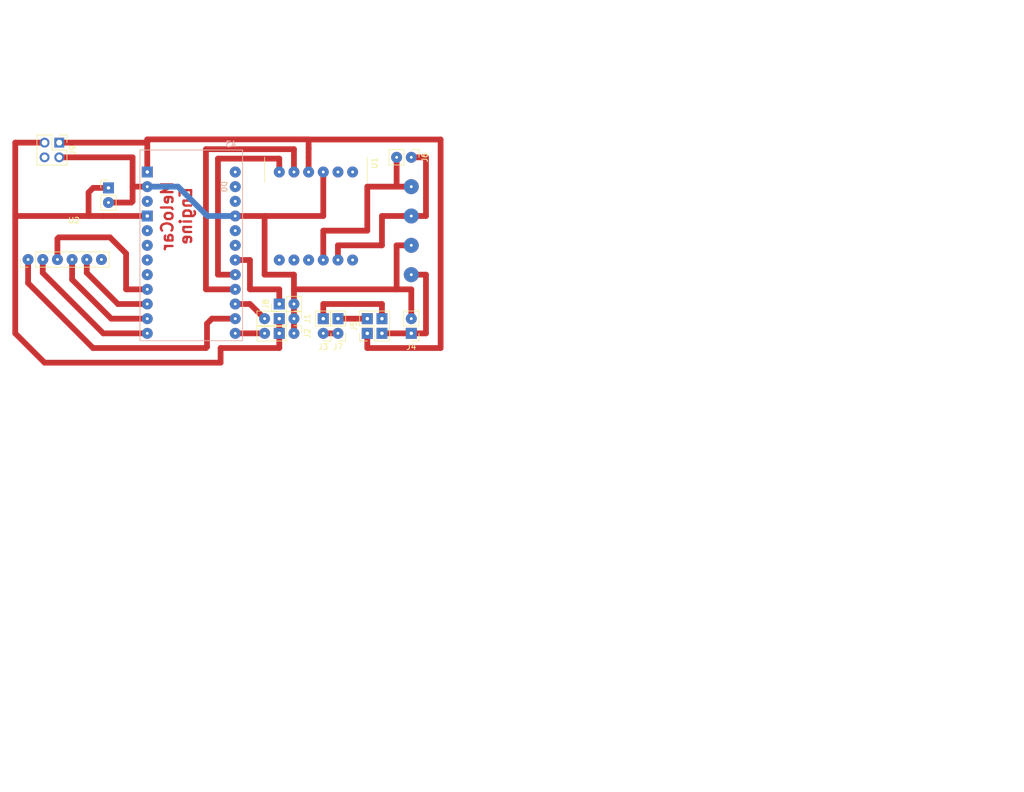
<source format=kicad_pcb>
(kicad_pcb (version 20221018) (generator pcbnew)
  (layers (0 "F.Cu" signal) (31 "B.Cu" signal) (34 "B.Paste" user) (35 "F.Paste" user) (36 "B.SilkS" user "B.Silkscreen") (37 "F.SilkS" user "F.Silkscreen") (38 "B.Mask" user) (39 "F.Mask" user) (44 "Edge.Cuts" user))
  (net 0 "")
  (net 1 "+5V")
  (net 2 "NRF_CE")
  (net 3 "NRF_CSN")
  (net 4 "NRF_SCK")
  (net 5 "NRF_MOSI")
  (net 6 "NRF_MISO")
  (net 7 "PIN_LED")
  (net 8 "PIN_SERVO")
  (net 9 "PIN_HORN")
  (net 10 "PIN_MOTOR_1")
  (net 11 "PIN_MOTOR_2")
  (net 21 "Net-(J6-Pin_1)")
  (net 22 "Net-(J6-Pin_2)")
  (net 30 "+8V")
  (net 31 "GND")
  (net 33 "+BATT")
  (net 34 "-BATT")
  (footprint "Connector_PinHeader_2.54mm:PinHeader_1x03_P2.54mm_Vertical" (layer "F.Cu") (at 63.5 45.72 -90)
    (fp_text reference "J1" (at 0 -2.33 90) (layer "F.SilkS"))
    (fp_text value "Led")
    (fp_line (start -1.33 -1.33) (end 0 -1.33) (stroke (width 0.12)) (layer "F.SilkS"))
    (fp_line (start -1.33 0) (end -1.33 -1.33) (stroke (width 0.12)) (layer "F.SilkS"))
    (fp_line (start -1.33 1.27) (end -1.33 6.41) (stroke (width 0.12)) (layer "F.SilkS"))
    (fp_line (start -1.33 1.27) (end 1.33 1.27) (stroke (width 0.12)) (layer "F.SilkS"))
    (fp_line (start -1.33 6.41) (end 1.33 6.41) (stroke (width 0.12)) (layer "F.SilkS"))
    (fp_line (start 1.33 1.27) (end 1.33 6.41) (stroke (width 0.12)) (layer "F.SilkS"))
    (pad "1" thru_hole oval (at 0 0 270) (size 1.9 1.9) (drill 0.5) (layers "*.Cu" "*.Mask") (net 31 "GND"))
    (pad "2" thru_hole rect (at 0 2.54 270) (size 1.9 1.9) (drill 0.6) (layers "*.Cu" "*.Mask") (net 1 "+5V"))
    (pad "3" thru_hole oval (at 0 5.08 270) (size 1.9 1.9) (drill 0.5) (layers "*.Cu" "*.Mask") (net 7 "PIN_LED"))
  )
  (footprint "Connector_PinHeader_2.54mm:PinHeader_1x02_P2.54mm_Vertical" (layer "F.Cu") (at 83.82 17.78 -90)
    (fp_text reference "J6" (at 0 -2.33 90) (layer "F.SilkS"))
    (fp_text value "MOTOR-CTRL")
    (fp_line (start -1.33 -1.33) (end 0 -1.33) (stroke (width 0.12)) (layer "F.SilkS"))
    (fp_line (start -1.33 0) (end -1.33 -1.33) (stroke (width 0.12)) (layer "F.SilkS"))
    (fp_line (start -1.33 1.27) (end -1.33 3.87) (stroke (width 0.12)) (layer "F.SilkS"))
    (fp_line (start -1.33 1.27) (end 1.33 1.27) (stroke (width 0.12)) (layer "F.SilkS"))
    (fp_line (start -1.33 3.87) (end 1.33 3.87) (stroke (width 0.12)) (layer "F.SilkS"))
    (fp_line (start 1.33 1.27) (end 1.33 3.87) (stroke (width 0.12)) (layer "F.SilkS"))
    (pad "1" thru_hole oval (at 0 0 270) (size 1.9 1.9) (drill 0.5) (layers "*.Cu" "*.Mask") (net 21 "Net-(J6-Pin_1)"))
    (pad "2" thru_hole oval (at 0 2.54 270) (size 1.9 1.9) (drill 0.5) (layers "*.Cu" "*.Mask") (net 22 "Net-(J6-Pin_2)"))
  )
  (footprint "" (layer "F.Cu") (at 83.82 27.94)
    (fp_text reference "" (at 0 0) (layer "F.SilkS") (effects (font (size 1.27 1.27))))
    (fp_text value "" (at 0 0) (layer "F.SilkS") (effects (font (size 1.27 1.27))))
    (pad "1" thru_hole oval (at 0 0 270) (size 2.6 2.6) (drill 0.5) (layers "*.Cu" "*.Mask") (net 21 "Net-(J6-Pin_1)"))
  )
  (footprint "Package_SO:TSSOP-16_4.4x5mm_P0.65mm" (layer "F.Cu") (at 68.58 27.94 -90)
    (fp_text reference "U1" (at -9.188423 -8.883049 90) (layer "F.SilkS"))
    (fp_text value "DRV8833PW")
    (fp_line (start -7.986051 10.16) (end -10.186051 10.16) (stroke (width 0.12)) (layer "F.SilkS"))
    (fp_line (start -7.986051 10.16) (end -5.786051 10.16) (stroke (width 0.12)) (layer "F.SilkS"))
    (fp_line (start -5.82 -7.62) (end -10.16 -7.62) (stroke (width 0.12)) (layer "F.SilkS"))
    (pad "1" thru_hole oval (at 7.62 -5.08 180) (size 1.9 1.9) (drill 0.5) (layers "*.Cu" "*.Mask"))
    (pad "2" thru_hole oval (at 7.62 -2.54 180) (size 1.9 1.9) (drill 0.5) (layers "*.Cu" "*.Mask") (net 21 "Net-(J6-Pin_1)"))
    (pad "4" thru_hole oval (at 7.62 0 180) (size 1.9 1.9) (drill 0.5) (layers "*.Cu" "*.Mask") (net 22 "Net-(J6-Pin_2)"))
    (pad "5" thru_hole oval (at 7.62 5.08 180) (size 1.9 1.9) (drill 0.5) (layers "*.Cu" "*.Mask"))
    (pad "7" thru_hole oval (at 7.62 2.54 180) (size 1.9 1.9) (drill 0.5) (layers "*.Cu" "*.Mask"))
    (pad "8" thru_hole oval (at 7.62 7.62 180) (size 1.9 1.9) (drill 0.5) (layers "*.Cu" "*.Mask"))
    (pad "9" thru_hole oval (at -7.62 -2.54 180) (size 1.9 1.9) (drill 0.5) (layers "*.Cu" "*.Mask"))
    (pad "10" thru_hole oval (at -7.62 -5.08 180) (size 1.9 1.9) (drill 0.5) (layers "*.Cu" "*.Mask"))
    (pad "11" thru_hole oval (at -7.62 2.54 180) (size 1.9 1.9) (drill 0.5) (layers "*.Cu" "*.Mask") (net 30 "+8V"))
    (pad "13" thru_hole oval (at -7.62 0 180) (size 1.9 1.9) (drill 0.5) (layers "*.Cu" "*.Mask") (net 31 "GND"))
    (pad "15" thru_hole oval (at -7.62 5.08 180) (size 1.9 1.9) (drill 0.5) (layers "*.Cu" "*.Mask") (net 11 "PIN_MOTOR_2"))
    (pad "16" thru_hole oval (at -7.62 7.62 180) (size 1.9 1.9) (drill 0.5) (layers "*.Cu" "*.Mask") (net 10 "PIN_MOTOR_1"))
  )
  (footprint "Connector_PinHeader_2.54mm:PinHeader_1x02_P2.54mm_Vertical" (layer "F.Cu") (at 83.82 48.26 180)
    (fp_text reference "J4" (at 0 -2.33) (layer "F.SilkS"))
    (fp_text value "Power")
    (fp_line (start -1.33 -1.33) (end 0 -1.33) (stroke (width 0.12)) (layer "F.SilkS"))
    (fp_line (start -1.33 0) (end -1.33 -1.33) (stroke (width 0.12)) (layer "F.SilkS"))
    (fp_line (start -1.33 1.27) (end -1.33 3.87) (stroke (width 0.12)) (layer "F.SilkS"))
    (fp_line (start -1.33 1.27) (end 1.33 1.27) (stroke (width 0.12)) (layer "F.SilkS"))
    (fp_line (start -1.33 3.87) (end 1.33 3.87) (stroke (width 0.12)) (layer "F.SilkS"))
    (fp_line (start 1.33 1.27) (end 1.33 3.87) (stroke (width 0.12)) (layer "F.SilkS"))
    (pad "1" thru_hole rect (at 0 0 180) (size 1.9 1.9) (drill 0.6) (layers "*.Cu" "*.Mask") (net 30 "+8V"))
    (pad "2" thru_hole oval (at 0 2.54 180) (size 1.9 1.9) (drill 0.5) (layers "*.Cu" "*.Mask") (net 31 "GND"))
  )
  (footprint "Connector_PinHeader_2.54mm:PinHeader_1x02_P2.54mm_Vertical" (layer "F.Cu") (at 60.96 43.18 90)
    (fp_text reference "J8" (at 0 -2.33 90) (layer "F.SilkS"))
    (fp_text value "Horn")
    (fp_line (start -1.33 -1.33) (end 0 -1.33) (stroke (width 0.12)) (layer "F.SilkS"))
    (fp_line (start -1.33 0) (end -1.33 -1.33) (stroke (width 0.12)) (layer "F.SilkS"))
    (fp_line (start -1.33 1.27) (end -1.33 3.87) (stroke (width 0.12)) (layer "F.SilkS"))
    (fp_line (start -1.33 1.27) (end 1.33 1.27) (stroke (width 0.12)) (layer "F.SilkS"))
    (fp_line (start -1.33 3.87) (end 1.33 3.87) (stroke (width 0.12)) (layer "F.SilkS"))
    (fp_line (start 1.33 1.27) (end 1.33 3.87) (stroke (width 0.12)) (layer "F.SilkS"))
    (pad "1" thru_hole rect (at 0 0 90) (size 1.9 1.9) (drill 0.6) (layers "*.Cu" "*.Mask") (net 9 "PIN_HORN"))
    (pad "2" thru_hole oval (at 0 2.54 90) (size 1.9 1.9) (drill 0.5) (layers "*.Cu" "*.Mask") (net 31 "GND"))
  )
  (footprint "Connector_PinHeader_2.54mm:PinHeader_1x03_P2.54mm_Vertical" (layer "F.Cu") (at 63.5 48.26 -90)
    (fp_text reference "J2" (at 0 -2.33 90) (layer "F.SilkS"))
    (fp_text value "Servo")
    (fp_line (start -1.33 -1.33) (end 0 -1.33) (stroke (width 0.12)) (layer "F.SilkS"))
    (fp_line (start -1.33 0) (end -1.33 -1.33) (stroke (width 0.12)) (layer "F.SilkS"))
    (fp_line (start -1.33 1.27) (end -1.33 6.41) (stroke (width 0.12)) (layer "F.SilkS"))
    (fp_line (start -1.33 1.27) (end 1.33 1.27) (stroke (width 0.12)) (layer "F.SilkS"))
    (fp_line (start -1.33 6.41) (end 1.33 6.41) (stroke (width 0.12)) (layer "F.SilkS"))
    (fp_line (start 1.33 1.27) (end 1.33 6.41) (stroke (width 0.12)) (layer "F.SilkS"))
    (pad "1" thru_hole oval (at 0 0 270) (size 1.9 1.9) (drill 0.5) (layers "*.Cu" "*.Mask") (net 31 "GND"))
    (pad "2" thru_hole rect (at 0 2.54 270) (size 1.9 1.9) (drill 0.6) (layers "*.Cu" "*.Mask") (net 1 "+5V"))
    (pad "3" thru_hole oval (at 0 5.08 270) (size 1.9 1.9) (drill 0.5) (layers "*.Cu" "*.Mask") (net 8 "PIN_SERVO"))
  )
  (footprint "" (layer "F.Cu") (at 83.82 22.86)
    (fp_text reference "" (at 0 0) (layer "F.SilkS") (effects (font (size 1.27 1.27))))
    (fp_text value "" (at 0 0) (layer "F.SilkS") (effects (font (size 1.27 1.27))))
    (pad "2" thru_hole oval (at 0 0 270) (size 2.6 2.6) (drill 0.5) (layers "*.Cu" "*.Mask") (net 22 "Net-(J6-Pin_2)"))
  )
  (footprint "Connector_PinHeader_2.54mm:PinHeader_2x02_P2.54mm_Vertical" (layer "F.Cu") (at 76.2 48.26 90)
    (fp_text reference "J5" (at 1.27 -2.33 90) (layer "F.SilkS"))
    (fp_text value "Switch")
    (fp_line (start -1.33 -1.33) (end 0 -1.33) (stroke (width 0.12)) (layer "F.SilkS"))
    (fp_line (start -1.33 0) (end -1.33 -1.33) (stroke (width 0.12)) (layer "F.SilkS"))
    (fp_line (start -1.33 1.27) (end -1.33 3.87) (stroke (width 0.12)) (layer "F.SilkS"))
    (fp_line (start -1.33 1.27) (end 1.27 1.27) (stroke (width 0.12)) (layer "F.SilkS"))
    (fp_line (start -1.33 3.87) (end 3.87 3.87) (stroke (width 0.12)) (layer "F.SilkS"))
    (fp_line (start 1.27 -1.33) (end 3.87 -1.33) (stroke (width 0.12)) (layer "F.SilkS"))
    (fp_line (start 1.27 1.27) (end 1.27 -1.33) (stroke (width 0.12)) (layer "F.SilkS"))
    (fp_line (start 3.87 -1.33) (end 3.87 3.87) (stroke (width 0.12)) (layer "F.SilkS"))
    (pad "1" thru_hole rect (at 0 0 90) (size 1.9 1.9) (drill 0.6) (layers "*.Cu" "*.Mask") (net 30 "+8V"))
    (pad "2" thru_hole rect (at 2.54 0 90) (size 1.9 1.9) (drill 0.6) (layers "*.Cu" "*.Mask") (net 33 "+BATT"))
    (pad "3" thru_hole rect (at 0 2.54 90) (size 1.9 1.9) (drill 0.6) (layers "*.Cu" "*.Mask") (net 30 "+8V"))
    (pad "4" thru_hole rect (at 2.54 2.54 90) (size 1.9 1.9) (drill 0.6) (layers "*.Cu" "*.Mask") (net 33 "+BATT"))
  )
  (footprint "Arduino pro mini:NRF24L01" (layer "F.Cu") (at 25.4 29.21)
    (fp_text reference "U2" (at 0 -0.5 unlocked) (layer "F.SilkS"))
    (fp_text value "NRF24L01_Breakout")
    (fp_line (start -9.263297 7.597626) (end -9.263297 6.267626) (stroke (width 0.12)) (layer "F.SilkS"))
    (fp_line (start -7.933297 7.597626) (end -9.263297 7.597626) (stroke (width 0.12)) (layer "F.SilkS"))
    (fp_line (start -6.663297 4.937626) (end 6.096703 4.937626) (stroke (width 0.12)) (layer "F.SilkS"))
    (fp_line (start -6.663297 7.597626) (end -6.663297 4.937626) (stroke (width 0.12)) (layer "F.SilkS"))
    (fp_line (start -6.663297 7.597626) (end 6.096703 7.597626) (stroke (width 0.12)) (layer "F.SilkS"))
    (fp_line (start 4.654 -7.467) (end 5.984 -7.467) (stroke (width 0.12)) (layer "F.SilkS"))
    (fp_line (start 4.654 -6.137) (end 4.654 -7.467) (stroke (width 0.12)) (layer "F.SilkS"))
    (fp_line (start 4.654 -4.867) (end 4.654 -2.267) (stroke (width 0.12)) (layer "F.SilkS"))
    (fp_line (start 4.654 -4.867) (end 7.314 -4.867) (stroke (width 0.12)) (layer "F.SilkS"))
    (fp_line (start 4.654 -2.267) (end 7.314 -2.267) (stroke (width 0.12)) (layer "F.SilkS"))
    (fp_line (start 6.096703 7.597626) (end 6.096703 4.937626) (stroke (width 0.12)) (layer "F.SilkS"))
    (fp_line (start 7.314 -4.867) (end 7.314 -2.267) (stroke (width 0.12)) (layer "F.SilkS"))
    (pad "1" thru_hole oval (at 5.984 -3.597 90) (size 1.9 1.9) (drill 0.5) (layers "*.Cu" "*.Mask") (net 31 "GND"))
    (pad "2" thru_hole rect (at 5.984 -6.137) (size 1.9 1.9) (drill 0.6) (layers "*.Cu" "*.Mask") (net 1 "+5V"))
    (pad "3" thru_hole oval (at -7.933297 6.267626 90) (size 1.9 1.9) (drill 0.5) (layers "*.Cu" "*.Mask") (net 2 "NRF_CE"))
    (pad "4" thru_hole oval (at -5.393297 6.267626 90) (size 1.9 1.9) (drill 0.5) (layers "*.Cu" "*.Mask") (net 3 "NRF_CSN"))
    (pad "5" thru_hole oval (at -2.853297 6.267626 90) (size 1.9 1.9) (drill 0.5) (layers "*.Cu" "*.Mask") (net 4 "NRF_SCK"))
    (pad "6" thru_hole oval (at -0.313297 6.267626 90) (size 1.9 1.9) (drill 0.5) (layers "*.Cu" "*.Mask") (net 5 "NRF_MOSI"))
    (pad "7" thru_hole oval (at 2.226703 6.267626 90) (size 1.9 1.9) (drill 0.5) (layers "*.Cu" "*.Mask") (net 6 "NRF_MISO"))
    (pad "8" thru_hole oval (at 4.766703 6.267626 90) (size 1.9 1.9) (drill 0.5) (layers "*.Cu" "*.Mask"))
  )
  (footprint "" (layer "F.Cu") (at 83.82 33.02)
    (fp_text reference "" (at 0 0) (layer "F.SilkS") (effects (font (size 1.27 1.27))))
    (fp_text value "" (at 0 0) (layer "F.SilkS") (effects (font (size 1.27 1.27))))
    (pad "2" thru_hole oval (at 0 0 270) (size 2.6 2.6) (drill 0.5) (layers "*.Cu" "*.Mask") (net 31 "GND"))
  )
  (footprint "Connector_PinHeader_2.54mm:PinHeader_2x02_P2.54mm_Vertical" (layer "F.Cu") (at 22.86 15.24 -90)
    (fp_text reference "J9" (at 1.27 -2.33 90) (layer "F.SilkS"))
    (fp_text value "Regulator")
    (fp_line (start -1.33 -1.33) (end 0 -1.33) (stroke (width 0.12)) (layer "F.SilkS"))
    (fp_line (start -1.33 0) (end -1.33 -1.33) (stroke (width 0.12)) (layer "F.SilkS"))
    (fp_line (start -1.33 1.27) (end -1.33 3.87) (stroke (width 0.12)) (layer "F.SilkS"))
    (fp_line (start -1.33 1.27) (end 1.27 1.27) (stroke (width 0.12)) (layer "F.SilkS"))
    (fp_line (start -1.33 3.87) (end 3.87 3.87) (stroke (width 0.12)) (layer "F.SilkS"))
    (fp_line (start 1.27 -1.33) (end 3.87 -1.33) (stroke (width 0.12)) (layer "F.SilkS"))
    (fp_line (start 1.27 1.27) (end 1.27 -1.33) (stroke (width 0.12)) (layer "F.SilkS"))
    (fp_line (start 3.87 -1.33) (end 3.87 3.87) (stroke (width 0.12)) (layer "F.SilkS"))
    (pad "1" thru_hole rect (at 0 0 270) (size 1.7 1.7) (drill 1) (layers "*.Cu" "*.Mask") (net 30 "+8V"))
    (pad "2" thru_hole oval (at 2.54 0 270) (size 1.7 1.7) (drill 1) (layers "*.Cu" "*.Mask") (net 31 "GND"))
    (pad "3" thru_hole oval (at 0 2.54 270) (size 1.7 1.7) (drill 1) (layers "*.Cu" "*.Mask") (net 1 "+5V"))
    (pad "4" thru_hole oval (at 2.54 2.54 270) (size 1.7 1.7) (drill 1) (layers "*.Cu" "*.Mask") (net 31 "GND"))
  )
  (footprint "Connector_PinHeader_2.54mm:PinHeader_1x02_P2.54mm_Vertical" (layer "F.Cu") (at 71.12 48.26 180)
    (fp_text reference "J7" (at 0 -2.33) (layer "F.SilkS"))
    (fp_text value "BarGraph")
    (fp_line (start -1.33 -1.33) (end 0 -1.33) (stroke (width 0.12)) (layer "F.SilkS"))
    (fp_line (start -1.33 0) (end -1.33 -1.33) (stroke (width 0.12)) (layer "F.SilkS"))
    (fp_line (start -1.33 1.27) (end -1.33 3.87) (stroke (width 0.12)) (layer "F.SilkS"))
    (fp_line (start -1.33 1.27) (end 1.33 1.27) (stroke (width 0.12)) (layer "F.SilkS"))
    (fp_line (start -1.33 3.87) (end 1.33 3.87) (stroke (width 0.12)) (layer "F.SilkS"))
    (fp_line (start 1.33 1.27) (end 1.33 3.87) (stroke (width 0.12)) (layer "F.SilkS"))
    (pad "1" thru_hole oval (at 0 0 180) (size 1.9 1.9) (drill 0.5) (layers "*.Cu" "*.Mask") (net 34 "-BATT"))
    (pad "2" thru_hole rect (at 0 2.54 180) (size 1.9 1.9) (drill 0.6) (layers "*.Cu" "*.Mask") (net 33 "+BATT"))
  )
  (footprint "Connector_PinHeader_2.54mm:PinHeader_1x02_P2.54mm_Vertical" (layer "F.Cu") (at 68.58 48.26 180)
    (fp_text reference "J3" (at 0 -2.33) (layer "F.SilkS"))
    (fp_text value "Battery")
    (fp_line (start -1.33 -1.33) (end 0 -1.33) (stroke (width 0.12)) (layer "F.SilkS"))
    (fp_line (start -1.33 0) (end -1.33 -1.33) (stroke (width 0.12)) (layer "F.SilkS"))
    (fp_line (start -1.33 1.27) (end -1.33 3.87) (stroke (width 0.12)) (layer "F.SilkS"))
    (fp_line (start -1.33 1.27) (end 1.33 1.27) (stroke (width 0.12)) (layer "F.SilkS"))
    (fp_line (start -1.33 3.87) (end 1.33 3.87) (stroke (width 0.12)) (layer "F.SilkS"))
    (fp_line (start 1.33 1.27) (end 1.33 3.87) (stroke (width 0.12)) (layer "F.SilkS"))
    (pad "1" thru_hole oval (at 0 0 180) (size 1.9 1.9) (drill 0.5) (layers "*.Cu" "*.Mask") (net 34 "-BATT"))
    (pad "2" thru_hole rect (at 0 2.54 180) (size 1.9 1.9) (drill 0.6) (layers "*.Cu" "*.Mask") (net 33 "+BATT"))
  )
  (footprint "" (layer "F.Cu") (at 83.82 38.1)
    (fp_text reference "" (at 0 0) (layer "F.SilkS") (effects (font (size 1.27 1.27))))
    (fp_text value "" (at 0 0) (layer "F.SilkS") (effects (font (size 1.27 1.27))))
    (pad "1" thru_hole oval (at 0 0 270) (size 2.6 2.6) (drill 0.5) (layers "*.Cu" "*.Mask") (net 30 "+8V"))
  )
  (footprint "PCM_arduino-library:Arduino_Pro_Mini_Socket_NoSPH" (layer "B.Cu") (at 45.72 33.02 180)
    (fp_text reference "A3" (at -6.858 17.526) (layer "B.SilkS") (effects (justify mirror)))
    (fp_text value "Arduino_Pro_Mini_Socket_NoSPH")
    (fp_text user "D0" (at -5.715 10.16 90 unlocked) (layer "B.SilkS") (effects (justify mirror)))
    (fp_text user "D0" (at -5.715 10.16 90 unlocked) (layer "F.SilkS"))
    (fp_line (start -8.89 16.51) (end -8.89 -16.51) (stroke (width 0.15)) (layer "B.SilkS"))
    (fp_line (start 8.89 -16.51) (end -8.89 -16.51) (stroke (width 0.15)) (layer "B.SilkS"))
    (fp_line (start 8.89 16.51) (end -8.89 16.51) (stroke (width 0.15)) (layer "B.SilkS"))
    (fp_line (start 8.89 16.51) (end 8.89 -16.51) (stroke (width 0.15)) (layer "B.SilkS"))
    (pad "A0" thru_hole oval (at 7.62 -5.08 180) (size 1.9 1.9) (drill 0.5) (layers "*.Cu" "*.Mask"))
    (pad "A1" thru_hole oval (at 7.62 -2.54 180) (size 1.9 1.9) (drill 0.5) (layers "*.Cu" "*.Mask"))
    (pad "A2" thru_hole oval (at 7.62 0 180) (size 1.9 1.9) (drill 0.5) (layers "*.Cu" "*.Mask"))
    (pad "A3" thru_hole oval (at 7.62 2.54 180) (size 1.9 1.9) (drill 0.5) (layers "*.Cu" "*.Mask"))
    (pad "D0" thru_hole oval (at -7.62 10.16 180) (size 1.9 1.9) (drill 0.5) (layers "*.Cu" "*.Mask"))
    (pad "D1" thru_hole oval (at -7.62 12.7 180) (size 1.9 1.9) (drill 0.5) (layers "*.Cu" "*.Mask"))
    (pad "D2" thru_hole oval (at -7.62 2.54 180) (size 1.9 1.9) (drill 0.5) (layers "*.Cu" "*.Mask"))
    (pad "D3" thru_hole oval (at -7.62 0 180) (size 1.9 1.9) (drill 0.5) (layers "*.Cu" "*.Mask"))
    (pad "D4" thru_hole oval (at -7.62 -2.54 180) (size 1.9 1.9) (drill 0.5) (layers "*.Cu" "*.Mask") (net 9 "PIN_HORN"))
    (pad "D5" thru_hole oval (at -7.62 -5.08 180) (size 1.9 1.9) (drill 0.5) (layers "*.Cu" "*.Mask") (net 11 "PIN_MOTOR_2"))
    (pad "D6" thru_hole oval (at -7.62 -7.62 180) (size 1.9 1.9) (drill 0.5) (layers "*.Cu" "*.Mask") (net 10 "PIN_MOTOR_1"))
    (pad "D7" thru_hole oval (at -7.62 -10.16 180) (size 1.9 1.9) (drill 0.5) (layers "*.Cu" "*.Mask") (net 7 "PIN_LED"))
    (pad "D8" thru_hole oval (at -7.62 -12.7 180) (size 1.9 1.9) (drill 0.5) (layers "*.Cu" "*.Mask") (net 2 "NRF_CE"))
    (pad "D9" thru_hole oval (at -7.62 -15.24 180) (size 1.9 1.9) (drill 0.5) (layers "*.Cu" "*.Mask") (net 8 "PIN_SERVO"))
    (pad "D10" thru_hole oval (at 7.62 -15.24 180) (size 1.9 1.9) (drill 0.5) (layers "*.Cu" "*.Mask") (net 3 "NRF_CSN"))
    (pad "D11" thru_hole oval (at 7.62 -12.7 180) (size 1.9 1.9) (drill 0.5) (layers "*.Cu" "*.Mask") (net 5 "NRF_MOSI"))
    (pad "D12" thru_hole oval (at 7.62 -10.16 180) (size 1.9 1.9) (drill 0.5) (layers "*.Cu" "*.Mask") (net 6 "NRF_MISO"))
    (pad "D13" thru_hole oval (at 7.62 -7.62 180) (size 1.9 1.9) (drill 0.5) (layers "*.Cu" "*.Mask") (net 4 "NRF_SCK"))
    (pad "GND1" thru_hole oval (at -7.62 5.08 180) (size 1.9 1.9) (drill 0.5) (layers "*.Cu" "*.Mask") (net 31 "GND"))
    (pad "GND2" thru_hole oval (at 7.62 10.16 180) (size 1.9 1.9) (drill 0.5) (layers "*.Cu" "*.Mask") (net 31 "GND"))
    (pad "RAW" thru_hole rect (at 7.62 12.7 180) (size 1.9 1.9) (drill 0.6) (layers "*.Cu" "*.Mask") (net 30 "+8V"))
    (pad "RST1" thru_hole oval (at -7.62 7.62 180) (size 1.9 1.9) (drill 0.5) (layers "*.Cu" "*.Mask"))
    (pad "RST2" thru_hole oval (at 7.62 7.62 180) (size 1.9 1.9) (drill 0.5) (layers "*.Cu" "*.Mask"))
    (pad "Vcc1" thru_hole rect (at 7.62 5.08 180) (size 1.9 1.9) (drill 0.6) (layers "*.Cu" "*.Mask") (net 1 "+5V"))
  )
  (gr_text "MeloCar\nEngine" (at 43.18 27.94 90) (layer "F.Cu") (effects (font (size 2 2) (thickness 0.4)) (justify mirror)))
  (segment (start 15.24 15.24) (end 15.24 27.94) (width 1) (layer "F.Cu") (net 1))
  (segment (start 15.24 48.26) (end 15.24 27.94) (width 1) (layer "F.Cu") (net 1))
  (segment (start 28.727268 23.073) (end 27.94 23.860268) (width 1) (layer "F.Cu") (net 1))
  (segment (start 27.94 23.860268) (end 27.94 27.94) (width 1) (layer "F.Cu") (net 1))
  (segment (start 50.8 53.34) (end 50.8 50.8) (width 1) (layer "F.Cu") (net 1))
  (segment (start 60.96 50.8) (end 60.96 48.26) (width 1) (layer "F.Cu") (net 1))
  (segment (start 50.8 53.34) (end 20.32 53.34) (width 1) (layer "F.Cu") (net 1))
  (segment (start 38.1 27.94) (end 30.48 27.94) (width 1) (layer "F.Cu") (net 1))
  (segment (start 15.24 27.94) (end 27.94 27.94) (width 1) (layer "F.Cu") (net 1))
  (segment (start 50.8 50.8) (end 60.96 50.8) (width 1) (layer "F.Cu") (net 1))
  (segment (start 60.96 48.26) (end 60.96 45.72) (width 1) (layer "F.Cu") (net 1))
  (segment (start 20.32 15.24) (end 15.24 15.24) (width 1) (layer "F.Cu") (net 1))
  (segment (start 27.94 27.94) (end 30.48 27.94) (width 1) (layer "F.Cu") (net 1))
  (segment (start 31.384 23.073) (end 28.727268 23.073) (width 1) (layer "F.Cu") (net 1))
  (segment (start 20.32 53.34) (end 15.24 48.26) (width 1) (layer "F.Cu") (net 1))
  (segment (start 48.26 50.8) (end 48.444322 50.615678) (width 1) (layer "F.Cu") (net 2))
  (segment (start 48.444322 46.574963) (end 49.299285 45.72) (width 1) (layer "F.Cu") (net 2))
  (segment (start 49.299285 45.72) (end 53.34 45.72) (width 1) (layer "F.Cu") (net 2))
  (segment (start 28.709129 50.8) (end 48.26 50.8) (width 1) (layer "F.Cu") (net 2))
  (segment (start 17.466703 39.557574) (end 28.709129 50.8) (width 1) (layer "F.Cu") (net 2))
  (segment (start 17.466703 35.477626) (end 17.466703 39.557574) (width 1) (layer "F.Cu") (net 2))
  (segment (start 48.444322 50.615678) (end 48.444322 46.574963) (width 1) (layer "F.Cu") (net 2))
  (segment (start 20.006703 37.786703) (end 30.48 48.26) (width 1) (layer "F.Cu") (net 3))
  (segment (start 20.006703 35.477626) (end 20.006703 37.786703) (width 1) (layer "F.Cu") (net 3))
  (segment (start 30.48 48.26) (end 38.1 48.26) (width 1) (layer "F.Cu") (net 3))
  (segment (start 31.635797 31.635797) (end 34.436393 34.436393) (width 1) (layer "F.Cu") (net 4))
  (segment (start 34.436393 40.64) (end 38.1 40.64) (width 1) (layer "F.Cu") (net 4))
  (segment (start 22.789479 31.635797) (end 31.635797 31.635797) (width 1) (layer "F.Cu") (net 4))
  (segment (start 34.436393 34.436393) (end 34.436393 40.64) (width 1) (layer "F.Cu") (net 4))
  (segment (start 22.546703 31.908073) (end 22.531953 31.893323) (width 1) (layer "F.Cu") (net 4))
  (segment (start 22.531953 31.893323) (end 22.789479 31.635797) (width 1) (layer "F.Cu") (net 4))
  (segment (start 22.546703 35.477626) (end 22.546703 31.908073) (width 1) (layer "F.Cu") (net 4))
  (segment (start 25.086703 35.477626) (end 25.086703 38.943368) (width 1) (layer "F.Cu") (net 5))
  (segment (start 31.863335 45.72) (end 38.1 45.72) (width 1) (layer "F.Cu") (net 5))
  (segment (start 25.086703 38.943368) (end 31.863335 45.72) (width 1) (layer "F.Cu") (net 5))
  (segment (start 33.02 43.18) (end 38.1 43.18) (width 1) (layer "F.Cu") (net 6))
  (segment (start 27.626703 35.477626) (end 27.626703 37.786703) (width 1) (layer "F.Cu") (net 6))
  (segment (start 27.626703 37.786703) (end 33.02 43.18) (width 1) (layer "F.Cu") (net 6))
  (segment (start 53.34 43.18) (end 55.88 43.18) (width 1) (layer "F.Cu") (net 7))
  (segment (start 55.88 43.18) (end 58.42 45.72) (width 1) (layer "F.Cu") (net 7))
  (segment (start 53.34 48.26) (end 58.42 48.26) (width 1) (layer "F.Cu") (net 8))
  (segment (start 60.96 40.64) (end 60.96 43.18) (width 1) (layer "F.Cu") (net 9))
  (segment (start 55.88 40.64) (end 60.96 40.64) (width 1) (layer "F.Cu") (net 9))
  (segment (start 53.34 35.56) (end 55.88 35.56) (width 1) (layer "F.Cu") (net 9))
  (segment (start 55.88 35.56) (end 55.88 40.64) (width 1) (layer "F.Cu") (net 9))
  (segment (start 53.34 38.1) (end 50.343964 38.1) (width 1) (layer "F.Cu") (net 10))
  (segment (start 50.343964 18.004429) (end 60.96 18.004429) (width 1) (layer "F.Cu") (net 10))
  (segment (start 50.343964 38.1) (end 50.343964 18.004429) (width 1) (layer "F.Cu") (net 10))
  (segment (start 60.96 18.004429) (end 60.96 20.32) (width 1) (layer "F.Cu") (net 10))
  (segment (start 48.26 16.369551) (end 63.5 16.369551) (width 1) (layer "F.Cu") (net 11))
  (segment (start 48.26 40.64) (end 48.26 16.369551) (width 1) (layer "F.Cu") (net 11))
  (segment (start 63.5 16.369551) (end 63.5 20.32) (width 1) (layer "F.Cu") (net 11))
  (segment (start 53.34 40.64) (end 48.26 40.64) (width 1) (layer "F.Cu") (net 11))
  (segment (start 83.82 17.78) (end 86.36 17.78) (width 1) (layer "F.Cu") (net 21))
  (segment (start 71.12 33.02) (end 78.74 33.02) (width 1) (layer "F.Cu") (net 21))
  (segment (start 86.36 17.78) (end 86.36 27.94) (width 1) (layer "F.Cu") (net 21))
  (segment (start 71.12 35.56) (end 71.12 33.02) (width 1) (layer "F.Cu") (net 21))
  (segment (start 78.74 27.94) (end 83.82 27.94) (width 1) (layer "F.Cu") (net 21))
  (segment (start 86.36 27.94) (end 83.82 27.94) (width 1) (layer "F.Cu") (net 21))
  (segment (start 78.74 33.02) (end 78.74 27.94) (width 1) (layer "F.Cu") (net 21))
  (segment (start 81.28 22.86) (end 83.82 22.86) (width 1) (layer "F.Cu") (net 22))
  (segment (start 68.58 35.56) (end 68.58 30.48) (width 1) (layer "F.Cu") (net 22))
  (segment (start 68.58 30.48) (end 76.2 30.48) (width 1) (layer "F.Cu") (net 22))
  (segment (start 76.2 30.48) (end 76.2 22.86) (width 1) (layer "F.Cu") (net 22))
  (segment (start 81.28 17.78) (end 81.28 22.86) (width 1) (layer "F.Cu") (net 22))
  (segment (start 76.2 22.86) (end 81.28 22.86) (width 1) (layer "F.Cu") (net 22))
  (segment (start 22.86 15.24) (end 38.1 15.24) (width 1) (layer "F.Cu") (net 30))
  (segment (start 76.2 50.8) (end 88.9 50.8) (width 1) (layer "F.Cu") (net 30))
  (segment (start 38.1 15.24) (end 38.1 14.675224) (width 1) (layer "F.Cu") (net 30))
  (segment (start 38.1 14.675224) (end 66.04 14.675224) (width 1) (layer "F.Cu") (net 30))
  (segment (start 88.9 50.8) (end 88.9 14.694146) (width 1) (layer "F.Cu") (net 30))
  (segment (start 86.36 48.26) (end 86.36 38.1) (width 1) (layer "F.Cu") (net 30))
  (segment (start 76.2 48.26) (end 76.2 50.8) (width 1) (layer "F.Cu") (net 30))
  (segment (start 86.36 38.1) (end 83.82 38.1) (width 1) (layer "F.Cu") (net 30))
  (segment (start 66.07219 16.263964) (end 66.04 16.231774) (width 1) (layer "F.Cu") (net 30))
  (segment (start 66.058922 14.694146) (end 66.04 14.675224) (width 1) (layer "F.Cu") (net 30))
  (segment (start 66.04 14.675224) (end 66.04 17.78) (width 1) (layer "F.Cu") (net 30))
  (segment (start 83.82 48.26) (end 86.36 48.26) (width 1) (layer "F.Cu") (net 30))
  (segment (start 78.74 48.26) (end 83.82 48.26) (width 1) (layer "F.Cu") (net 30))
  (segment (start 38.1 20.32) (end 38.1 15.24) (width 1) (layer "F.Cu") (net 30))
  (segment (start 88.9 14.694146) (end 66.058922 14.694146) (width 1) (layer "F.Cu") (net 30))
  (segment (start 66.04 20.32) (end 66.04 17.78) (width 1) (layer "F.Cu") (net 30))
  (segment (start 81.28 33.02) (end 81.28 40.64) (width 1) (layer "F.Cu") (net 31))
  (segment (start 35.56 25.4) (end 35.56 22.86) (width 1) (layer "F.Cu") (net 31))
  (segment (start 58.42 27.94) (end 68.58 27.94) (width 1) (layer "F.Cu") (net 31))
  (segment (start 81.28 40.64) (end 83.82 40.64) (width 1) (layer "F.Cu") (net 31))
  (segment (start 63.5 40.64) (end 81.28 40.64) (width 1) (layer "F.Cu") (net 31))
  (segment (start 58.42 38.1) (end 63.5 38.1) (width 1) (layer "F.Cu") (net 31))
  (segment (start 22.86 17.78) (end 35.56 17.78) (width 1) (layer "F.Cu") (net 31))
  (segment (start 58.42 27.94) (end 53.34 27.94) (width 1) (layer "F.Cu") (net 31))
  (segment (start 63.5 40.64) (end 63.5 48.26) (width 1) (layer "F.Cu") (net 31))
  (segment (start 58.42 27.94) (end 58.42 38.1) (width 1) (layer "F.Cu") (net 31))
  (segment (start 35.56 22.86) (end 38.1 22.86) (width 1) (layer "F.Cu") (net 31))
  (segment (start 35.56 17.78) (end 35.56 22.86) (width 1) (layer "F.Cu") (net 31))
  (segment (start 63.5 38.1) (end 63.5 40.64) (width 1) (layer "F.Cu") (net 31))
  (segment (start 83.82 33.02) (end 81.28 33.02) (width 1) (layer "F.Cu") (net 31))
  (segment (start 83.82 45.72) (end 83.82 40.64) (width 1) (layer "F.Cu") (net 31))
  (segment (start 68.58 27.94) (end 68.58 20.32) (width 1) (layer "F.Cu") (net 31))
  (segment (start 31.384 25.613) (end 35.347 25.613) (width 1) (layer "F.Cu") (net 31))
  (segment (start 35.347 25.613) (end 35.56 25.4) (width 1) (layer "F.Cu") (net 31))
  (segment (start 38.1 22.86) (end 43.431386 22.86) (width 1) (layer "B.Cu") (net 31))
  (segment (start 48.511386 27.94) (end 53.34 27.94) (width 1) (layer "B.Cu") (net 31))
  (segment (start 43.431386 22.86) (end 48.511386 27.94) (width 1) (layer "B.Cu") (net 31))
  (segment (start 78.74 43.18) (end 78.74 45.72) (width 1) (layer "F.Cu") (net 33))
  (segment (start 68.58 43.18) (end 78.74 43.18) (width 1) (layer "F.Cu") (net 33))
  (segment (start 68.58 45.72) (end 68.58 43.18) (width 1) (layer "F.Cu") (net 33))
  (segment (start 76.2 45.72) (end 71.12 45.72) (width 1) (layer "F.Cu") (net 33))
  (segment (start 71.12 48.26) (end 68.58 48.26) (width 1) (layer "F.Cu") (net 34))
)
</source>
